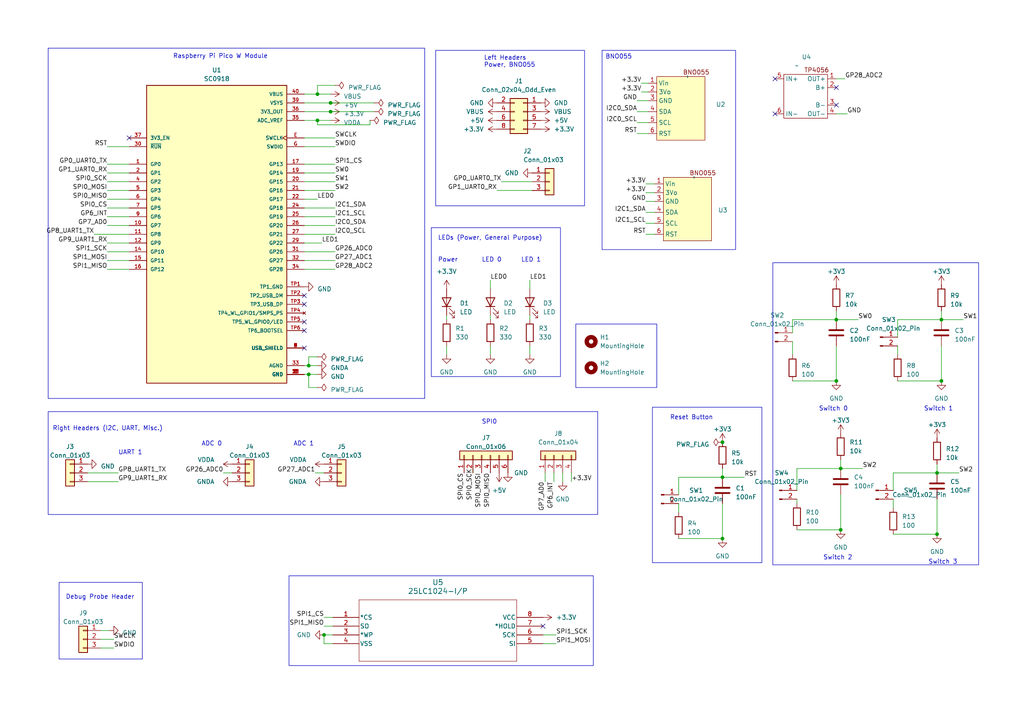
<source format=kicad_sch>
(kicad_sch (version 20230121) (generator eeschema)
  (paper "A4")
  (lib_symbols
    (symbol "2024-02-21_05-54-04:25LC1024-I_P" (pin_names (offset 0.254))
      (property "Reference" "U" (at 30.48 10.16 0))
      (property "Value" "25LC1024-I/P" (at 30.48 7.62 0))
      (symbol "25LC1024-I_P_1_1"
        (polyline (pts (xy 7.62 -12.7) (xy 53.34 -12.7)) (stroke (width 0.127)))
        (polyline (pts (xy 7.62 5.08) (xy 7.62 -12.7)) (stroke (width 0.127)))
        (polyline (pts (xy 53.34 -12.7) (xy 53.34 5.08)) (stroke (width 0.127)))
        (polyline (pts (xy 53.34 5.08) (xy 7.62 5.08)) (stroke (width 0.127)))
        (pin unspecified line (at 0 0 0) (length 7.62) (name "*CS") (number "1"))
        (pin unspecified line (at 0 -2.54 0) (length 7.62) (name "SO") (number "2"))
        (pin unspecified line (at 0 -5.08 0) (length 7.62) (name "*WP") (number "3"))
        (pin unspecified line (at 0 -7.62 0) (length 7.62) (name "VSS") (number "4"))
        (pin unspecified line (at 60.96 -7.62 180) (length 7.62) (name "SI") (number "5"))
        (pin unspecified line (at 60.96 -5.08 180) (length 7.62) (name "SCK") (number "6"))
        (pin unspecified line (at 60.96 -2.54 180) (length 7.62) (name "*HOLD") (number "7"))
        (pin unspecified line (at 60.96 0 180) (length 7.62) (name "VCC") (number "8"))
      )
    )
    (symbol "Adafruit BNO055-eagle-import:BNO055_Breakout"
      (property "Reference" "U1" (at -24.765 4.445 0))
      (symbol "BNO055_Breakout_1_1"
        (rectangle (start -31.115 1.905) (end -17.145 -16.51) (fill (type background)))
        (text "BNO055" (at -19.685 3.175 0) (effects (font (size 1.27 1.27))))
        (pin power_in line (at -33.655 0 0) (length 2.54) (name "Vin") (number "1"))
        (pin power_in line (at -33.655 -2.54 0) (length 2.54) (name "3Vo") (number "2"))
        (pin power_in line (at -33.655 -5.08 0) (length 2.54) (name "GND") (number "3"))
        (pin bidirectional line (at -33.655 -8.255 0) (length 2.54) (name "SDA") (number "4"))
        (pin bidirectional line (at -33.655 -11.43 0) (length 2.54) (name "SCL") (number "5"))
        (pin input line (at -33.655 -14.605 0) (length 2.54) (name "RST") (number "6"))
      )
    )
    (symbol "Connector:Conn_01x02_Pin" (pin_names (offset 1.016) hide)
      (property "Reference" "J" (at 0 2.54 0))
      (property "Value" "Conn_01x02_Pin" (at 0 -5.08 0))
      (symbol "Conn_01x02_Pin_1_1"
        (polyline (pts (xy 1.27 -2.54) (xy 0.8636 -2.54)) (stroke (width 0.1524)))
        (polyline (pts (xy 1.27 0) (xy 0.8636 0)) (stroke (width 0.1524)))
        (rectangle (start 0.8636 -2.413) (end 0 -2.667) (stroke (width 0.1524)) (fill (type outline)))
        (rectangle (start 0.8636 0.127) (end 0 -0.127) (stroke (width 0.1524)) (fill (type outline)))
        (pin passive line (at 5.08 0 180) (length 3.81) (name "Pin_1") (number "1"))
        (pin passive line (at 5.08 -2.54 180) (length 3.81) (name "Pin_2") (number "2"))
      )
    )
    (symbol "Connector_Generic:Conn_01x03" (pin_names (offset 1.016) hide)
      (property "Reference" "J" (at 0 5.08 0))
      (property "Value" "Conn_01x03" (at 0 -5.08 0))
      (symbol "Conn_01x03_1_1"
        (rectangle (start -1.27 -2.413) (end 0 -2.667) (stroke (width 0.1524)))
        (rectangle (start -1.27 0.127) (end 0 -0.127) (stroke (width 0.1524)))
        (rectangle (start -1.27 2.667) (end 0 2.413) (stroke (width 0.1524)))
        (rectangle (start -1.27 3.81) (end 1.27 -3.81) (stroke (width 0.254)) (fill (type background)))
        (pin passive line (at -5.08 2.54 0) (length 3.81) (name "Pin_1") (number "1"))
        (pin passive line (at -5.08 0 0) (length 3.81) (name "Pin_2") (number "2"))
        (pin passive line (at -5.08 -2.54 0) (length 3.81) (name "Pin_3") (number "3"))
      )
    )
    (symbol "Connector_Generic:Conn_01x04" (pin_names (offset 1.016) hide)
      (property "Reference" "J" (at 0 5.08 0))
      (property "Value" "Conn_01x04" (at 0 -7.62 0))
      (symbol "Conn_01x04_1_1"
        (rectangle (start -1.27 -4.953) (end 0 -5.207) (stroke (width 0.1524)))
        (rectangle (start -1.27 -2.413) (end 0 -2.667) (stroke (width 0.1524)))
        (rectangle (start -1.27 0.127) (end 0 -0.127) (stroke (width 0.1524)))
        (rectangle (start -1.27 2.667) (end 0 2.413) (stroke (width 0.1524)))
        (rectangle (start -1.27 3.81) (end 1.27 -6.35) (stroke (width 0.254)) (fill (type background)))
        (pin passive line (at -5.08 2.54 0) (length 3.81) (name "Pin_1") (number "1"))
        (pin passive line (at -5.08 0 0) (length 3.81) (name "Pin_2") (number "2"))
        (pin passive line (at -5.08 -2.54 0) (length 3.81) (name "Pin_3") (number "3"))
        (pin passive line (at -5.08 -5.08 0) (length 3.81) (name "Pin_4") (number "4"))
      )
    )
    (symbol "Connector_Generic:Conn_01x06" (pin_names (offset 1.016) hide)
      (property "Reference" "J" (at 0 7.62 0))
      (property "Value" "Conn_01x06" (at 0 -10.16 0))
      (symbol "Conn_01x06_1_1"
        (rectangle (start -1.27 -7.493) (end 0 -7.747) (stroke (width 0.1524)))
        (rectangle (start -1.27 -4.953) (end 0 -5.207) (stroke (width 0.1524)))
        (rectangle (start -1.27 -2.413) (end 0 -2.667) (stroke (width 0.1524)))
        (rectangle (start -1.27 0.127) (end 0 -0.127) (stroke (width 0.1524)))
        (rectangle (start -1.27 2.667) (end 0 2.413) (stroke (width 0.1524)))
        (rectangle (start -1.27 5.207) (end 0 4.953) (stroke (width 0.1524)))
        (rectangle (start -1.27 6.35) (end 1.27 -8.89) (stroke (width 0.254)) (fill (type background)))
        (pin passive line (at -5.08 5.08 0) (length 3.81) (name "Pin_1") (number "1"))
        (pin passive line (at -5.08 2.54 0) (length 3.81) (name "Pin_2") (number "2"))
        (pin passive line (at -5.08 0 0) (length 3.81) (name "Pin_3") (number "3"))
        (pin passive line (at -5.08 -2.54 0) (length 3.81) (name "Pin_4") (number "4"))
        (pin passive line (at -5.08 -5.08 0) (length 3.81) (name "Pin_5") (number "5"))
        (pin passive line (at -5.08 -7.62 0) (length 3.81) (name "Pin_6") (number "6"))
      )
    )
    (symbol "Connector_Generic:Conn_02x04_Odd_Even" (pin_names (offset 1.016) hide)
      (property "Reference" "J" (at 1.27 5.08 0))
      (property "Value" "Conn_02x04_Odd_Even" (at 1.27 -7.62 0))
      (symbol "Conn_02x04_Odd_Even_1_1"
        (rectangle (start -1.27 -4.953) (end 0 -5.207) (stroke (width 0.1524)))
        (rectangle (start -1.27 -2.413) (end 0 -2.667) (stroke (width 0.1524)))
        (rectangle (start -1.27 0.127) (end 0 -0.127) (stroke (width 0.1524)))
        (rectangle (start -1.27 2.667) (end 0 2.413) (stroke (width 0.1524)))
        (rectangle (start -1.27 3.81) (end 3.81 -6.35) (stroke (width 0.254)) (fill (type background)))
        (rectangle (start 3.81 -4.953) (end 2.54 -5.207) (stroke (width 0.1524)))
        (rectangle (start 3.81 -2.413) (end 2.54 -2.667) (stroke (width 0.1524)))
        (rectangle (start 3.81 0.127) (end 2.54 -0.127) (stroke (width 0.1524)))
        (rectangle (start 3.81 2.667) (end 2.54 2.413) (stroke (width 0.1524)))
        (pin passive line (at -5.08 2.54 0) (length 3.81) (name "Pin_1") (number "1"))
        (pin passive line (at 7.62 2.54 180) (length 3.81) (name "Pin_2") (number "2"))
        (pin passive line (at -5.08 0 0) (length 3.81) (name "Pin_3") (number "3"))
        (pin passive line (at 7.62 0 180) (length 3.81) (name "Pin_4") (number "4"))
        (pin passive line (at -5.08 -2.54 0) (length 3.81) (name "Pin_5") (number "5"))
        (pin passive line (at 7.62 -2.54 180) (length 3.81) (name "Pin_6") (number "6"))
        (pin passive line (at -5.08 -5.08 0) (length 3.81) (name "Pin_7") (number "7"))
        (pin passive line (at 7.62 -5.08 180) (length 3.81) (name "Pin_8") (number "8"))
      )
    )
    (symbol "Device:C" (pin_numbers hide) (pin_names (offset 0.254))
      (property "Reference" "C" (at 0.635 2.54 0))
      (property "Value" "C" (at 0.635 -2.54 0))
      (symbol "C_0_1"
        (polyline (pts (xy -2.032 -0.762) (xy 2.032 -0.762)) (stroke (width 0.508)))
        (polyline (pts (xy -2.032 0.762) (xy 2.032 0.762)) (stroke (width 0.508)))
      )
      (symbol "C_1_1"
        (pin passive line (at 0 3.81 270) (length 2.794) (name "~") (number "1"))
        (pin passive line (at 0 -3.81 90) (length 2.794) (name "~") (number "2"))
      )
    )
    (symbol "Device:LED" (pin_numbers hide) (pin_names (offset 1.016) hide)
      (property "Reference" "D" (at 0 2.54 0))
      (property "Value" "LED" (at 0 -2.54 0))
      (symbol "LED_0_1"
        (polyline (pts (xy -1.27 -1.27) (xy -1.27 1.27)) (stroke (width 0.254)))
        (polyline (pts (xy -1.27 0) (xy 1.27 0)))
        (polyline (pts (xy 1.27 -1.27) (xy 1.27 1.27) (xy -1.27 0) (xy 1.27 -1.27)) (stroke (width 0.254)))
        (polyline (pts (xy -3.048 -0.762) (xy -4.572 -2.286) (xy -3.81 -2.286) (xy -4.572 -2.286) (xy -4.572 -1.524)))
        (polyline (pts (xy -1.778 -0.762) (xy -3.302 -2.286) (xy -2.54 -2.286) (xy -3.302 -2.286) (xy -3.302 -1.524)))
      )
      (symbol "LED_1_1"
        (pin passive line (at -3.81 0 0) (length 2.54) (name "K") (number "1"))
        (pin passive line (at 3.81 0 180) (length 2.54) (name "A") (number "2"))
      )
    )
    (symbol "Device:R" (pin_numbers hide) (pin_names (offset 0))
      (property "Reference" "R" (at 2.032 0 90))
      (property "Value" "R" (at 0 0 90))
      (symbol "R_0_1"
        (rectangle (start -1.016 -2.54) (end 1.016 2.54) (stroke (width 0.254)))
      )
      (symbol "R_1_1"
        (pin passive line (at 0 3.81 270) (length 1.27) (name "~") (number "1"))
        (pin passive line (at 0 -3.81 90) (length 1.27) (name "~") (number "2"))
      )
    )
    (symbol "Mechanical:MountingHole" (pin_names (offset 1.016))
      (property "Reference" "H" (at 0 5.08 0))
      (property "Value" "MountingHole" (at 0 3.175 0))
      (symbol "MountingHole_0_1"
        (circle (center 0 0) (radius 1.27) (stroke (width 1.27)))
      )
    )
    (symbol "SC0918:SC0918" (pin_names (offset 1.016))
      (property "Reference" "U" (at -20.32 43.942 0))
      (property "Value" "SC0918" (at -20.32 -45.72 0))
      (symbol "SC0918_0_0"
        (rectangle (start -20.32 -43.18) (end 20.32 43.18) (stroke (width 0.254)) (fill (type background)))
        (pin bidirectional line (at -25.4 20.32 0) (length 5.08) (name "GP0") (number "1"))
        (pin bidirectional line (at -25.4 2.54 0) (length 5.08) (name "GP7") (number "10"))
        (pin bidirectional line (at -25.4 0 0) (length 5.08) (name "GP8") (number "11"))
        (pin bidirectional line (at -25.4 -2.54 0) (length 5.08) (name "GP9") (number "12"))
        (pin power_in line (at 25.4 -40.64 180) (length 5.08) (name "GND") (number "13"))
        (pin bidirectional line (at -25.4 -5.08 0) (length 5.08) (name "GP10") (number "14"))
        (pin bidirectional line (at -25.4 -7.62 0) (length 5.08) (name "GP11") (number "15"))
        (pin bidirectional line (at -25.4 -10.16 0) (length 5.08) (name "GP12") (number "16"))
        (pin bidirectional line (at 25.4 20.32 180) (length 5.08) (name "GP13") (number "17"))
        (pin power_in line (at 25.4 -40.64 180) (length 5.08) (name "GND") (number "18"))
        (pin bidirectional line (at 25.4 17.78 180) (length 5.08) (name "GP14") (number "19"))
        (pin bidirectional line (at -25.4 17.78 0) (length 5.08) (name "GP1") (number "2"))
        (pin bidirectional line (at 25.4 15.24 180) (length 5.08) (name "GP15") (number "20"))
        (pin bidirectional line (at 25.4 12.7 180) (length 5.08) (name "GP16") (number "21"))
        (pin bidirectional line (at 25.4 10.16 180) (length 5.08) (name "GP17") (number "22"))
        (pin power_in line (at 25.4 -40.64 180) (length 5.08) (name "GND") (number "23"))
        (pin bidirectional line (at 25.4 7.62 180) (length 5.08) (name "GP18") (number "24"))
        (pin bidirectional line (at 25.4 5.08 180) (length 5.08) (name "GP19") (number "25"))
        (pin bidirectional line (at 25.4 2.54 180) (length 5.08) (name "GP20") (number "26"))
        (pin bidirectional line (at 25.4 0 180) (length 5.08) (name "GP21") (number "27"))
        (pin power_in line (at 25.4 -40.64 180) (length 5.08) (name "GND") (number "28"))
        (pin bidirectional line (at 25.4 -2.54 180) (length 5.08) (name "GP22") (number "29"))
        (pin power_in line (at 25.4 -40.64 180) (length 5.08) (name "GND") (number "3"))
        (pin input line (at -25.4 25.4 0) (length 5.08) (name "~{RUN}") (number "30"))
        (pin bidirectional line (at 25.4 -5.08 180) (length 5.08) (name "GP26") (number "31"))
        (pin bidirectional line (at 25.4 -7.62 180) (length 5.08) (name "GP27") (number "32"))
        (pin power_in line (at 25.4 -38.1 180) (length 5.08) (name "AGND") (number "33"))
        (pin bidirectional line (at 25.4 -10.16 180) (length 5.08) (name "GP28") (number "34"))
        (pin power_in line (at 25.4 33.02 180) (length 5.08) (name "ADC_VREF") (number "35"))
        (pin power_in line (at 25.4 35.56 180) (length 5.08) (name "3V3_OUT") (number "36"))
        (pin input line (at -25.4 27.94 0) (length 5.08) (name "3V3_EN") (number "37"))
        (pin power_in line (at 25.4 -40.64 180) (length 5.08) (name "GND") (number "38"))
        (pin power_in line (at 25.4 38.1 180) (length 5.08) (name "VSYS") (number "39"))
        (pin bidirectional line (at -25.4 15.24 0) (length 5.08) (name "GP2") (number "4"))
        (pin power_in line (at 25.4 40.64 180) (length 5.08) (name "VBUS") (number "40"))
        (pin bidirectional line (at -25.4 12.7 0) (length 5.08) (name "GP3") (number "5"))
        (pin bidirectional line (at -25.4 10.16 0) (length 5.08) (name "GP4") (number "6"))
        (pin bidirectional line (at -25.4 7.62 0) (length 5.08) (name "GP5") (number "7"))
        (pin power_in line (at 25.4 -40.64 180) (length 5.08) (name "GND") (number "8"))
        (pin bidirectional line (at -25.4 5.08 0) (length 5.08) (name "GP6") (number "9"))
        (pin power_in line (at 25.4 -33.02 180) (length 5.08) (name "USB_SHIELD") (number "A"))
        (pin power_in line (at 25.4 -33.02 180) (length 5.08) (name "USB_SHIELD") (number "B"))
        (pin power_in line (at 25.4 -33.02 180) (length 5.08) (name "USB_SHIELD") (number "C"))
        (pin power_in line (at 25.4 -33.02 180) (length 5.08) (name "USB_SHIELD") (number "D"))
        (pin input clock (at 25.4 27.94 180) (length 5.08) (name "SWCLK") (number "E"))
        (pin power_in line (at 25.4 -40.64 180) (length 5.08) (name "GND") (number "F"))
        (pin bidirectional line (at 25.4 25.4 180) (length 5.08) (name "SWDIO") (number "G"))
        (pin power_in line (at 25.4 -15.24 180) (length 5.08) (name "TP1_GND") (number "TP1"))
        (pin bidirectional line (at 25.4 -17.78 180) (length 5.08) (name "TP2_USB_DM") (number "TP2"))
        (pin bidirectional line (at 25.4 -20.32 180) (length 5.08) (name "TP3_USB_DP") (number "TP3"))
        (pin no_connect line (at 25.4 -22.86 180) (length 5.08) (name "TP4_WL_GPIO1/SMPS_PS") (number "TP4"))
        (pin output line (at 25.4 -25.4 180) (length 5.08) (name "TP5_WL_GPIO0/LED") (number "TP5"))
        (pin input line (at 25.4 -27.94 180) (length 5.08) (name "TP6_BOOTSEL") (number "TP6"))
      )
    )
    (symbol "TP4056:TP4056"
      (property "Reference" "U" (at 0 0 0))
      (symbol "TP4056_0_1"
        (rectangle (start -3.81 -2.54) (end 8.89 -15.24))
      )
      (symbol "TP4056_1_1"
        (text "TP4056" (at 5.715 -1.27 0) (effects (font (size 1.27 1.27))))
        (pin power_in line (at 11.43 -3.81 180) (length 2.54) (name "OUT+") (number "1"))
        (pin power_in line (at 11.43 -6.35 180) (length 2.54) (name "B+") (number "2"))
        (pin power_out line (at 11.43 -11.43 180) (length 2.54) (name "B-") (number "3"))
        (pin power_in line (at 11.43 -13.97 180) (length 2.54) (name "OUT-") (number "4"))
        (pin input line (at -6.35 -3.81 0) (length 2.54) (name "IN+") (number "5"))
        (pin input line (at -6.35 -13.97 0) (length 2.54) (name "IN-") (number "6"))
      )
    )
    (symbol "power:+3.3V" (power) (pin_names (offset 0))
      (property "Value" "+3.3V" (at 0 3.556 0))
      (symbol "+3.3V_0_1"
        (polyline (pts (xy -0.762 1.27) (xy 0 2.54)))
        (polyline (pts (xy 0 0) (xy 0 2.54)))
        (polyline (pts (xy 0 2.54) (xy 0.762 1.27)))
      )
      (symbol "+3.3V_1_1"
        (pin power_in line (at 0 0 90) (length 0) hide (name "+3.3V") (number "1"))
      )
    )
    (symbol "power:+3V3" (power) (pin_names (offset 0))
      (property "Value" "+3V3" (at 0 3.556 0))
      (symbol "+3V3_0_1"
        (polyline (pts (xy -0.762 1.27) (xy 0 2.54)))
        (polyline (pts (xy 0 0) (xy 0 2.54)))
        (polyline (pts (xy 0 2.54) (xy 0.762 1.27)))
      )
      (symbol "+3V3_1_1"
        (pin power_in line (at 0 0 90) (length 0) hide (name "+3V3") (number "1"))
      )
    )
    (symbol "power:+5V" (power) (pin_names (offset 0))
      (property "Value" "+5V" (at 0 3.556 0))
      (symbol "+5V_0_1"
        (polyline (pts (xy -0.762 1.27) (xy 0 2.54)))
        (polyline (pts (xy 0 0) (xy 0 2.54)))
        (polyline (pts (xy 0 2.54) (xy 0.762 1.27)))
      )
      (symbol "+5V_1_1"
        (pin power_in line (at 0 0 90) (length 0) hide (name "+5V") (number "1"))
      )
    )
    (symbol "power:GND" (power) (pin_names (offset 0))
      (property "Value" "GND" (at 0 -3.81 0))
      (symbol "GND_0_1"
        (polyline (pts (xy 0 0) (xy 0 -1.27) (xy 1.27 -1.27) (xy 0 -2.54) (xy -1.27 -1.27) (xy 0 -1.27)))
      )
      (symbol "GND_1_1"
        (pin power_in line (at 0 0 270) (length 0) hide (name "GND") (number "1"))
      )
    )
    (symbol "power:GNDA" (power) (pin_names (offset 0))
      (property "Value" "GNDA" (at 0 -3.81 0))
      (symbol "GNDA_0_1"
        (polyline (pts (xy 0 0) (xy 0 -1.27) (xy 1.27 -1.27) (xy 0 -2.54) (xy -1.27 -1.27) (xy 0 -1.27)))
      )
      (symbol "GNDA_1_1"
        (pin power_in line (at 0 0 270) (length 0) hide (name "GNDA") (number "1"))
      )
    )
    (symbol "power:PWR_FLAG" (power) (pin_numbers hide) (pin_names (offset 0) hide)
      (property "Value" "PWR_FLAG" (at 0 3.81 0))
      (symbol "PWR_FLAG_0_0"
        (pin power_out line (at 0 0 90) (length 0) (name "pwr") (number "1"))
      )
      (symbol "PWR_FLAG_0_1"
        (polyline (pts (xy 0 0) (xy 0 1.27) (xy -1.016 1.905) (xy 0 2.54) (xy 1.016 1.905) (xy 0 1.27)))
      )
    )
    (symbol "power:VBUS" (power) (pin_names (offset 0))
      (property "Value" "VBUS" (at 0 3.81 0))
      (symbol "VBUS_0_1"
        (polyline (pts (xy -0.762 1.27) (xy 0 2.54)))
        (polyline (pts (xy 0 0) (xy 0 2.54)))
        (polyline (pts (xy 0 2.54) (xy 0.762 1.27)))
      )
      (symbol "VBUS_1_1"
        (pin power_in line (at 0 0 90) (length 0) hide (name "VBUS") (number "1"))
      )
    )
    (symbol "power:VDDA" (power) (pin_names (offset 0))
      (property "Value" "VDDA" (at 0 3.81 0))
      (symbol "VDDA_0_1"
        (polyline (pts (xy -0.762 1.27) (xy 0 2.54)))
        (polyline (pts (xy 0 0) (xy 0 2.54)))
        (polyline (pts (xy 0 2.54) (xy 0.762 1.27)))
      )
      (symbol "VDDA_1_1"
        (pin power_in line (at 0 0 90) (length 0) hide (name "VDDA") (number "1"))
      )
    )
  )
  (junction (at 95.885 32.385))
  (junction (at 92.075 34.925))
  (junction (at 95.885 29.845))
  (junction (at 209.55 128.27))
  (junction (at 273.05 92.71))
  (junction (at 242.57 92.71))
  (junction (at 92.075 27.305))
  (junction (at 89.535 106.045))
  (junction (at 209.55 156.21))
  (junction (at 243.84 153.67))
  (junction (at 271.78 137.16))
  (junction (at 242.57 110.49))
  (junction (at 89.535 108.585))
  (junction (at 243.84 135.89))
  (junction (at 209.55 138.43))
  (junction (at 93.98 184.15))
  (junction (at 271.78 154.94))
  (junction (at 273.05 110.49))
  (no_connect (at 157.48 181.61))
  (no_connect (at 242.57 30.48))
  (no_connect (at 224.79 22.86))
  (no_connect (at 88.265 85.725))
  (no_connect (at 242.57 25.4))
  (no_connect (at 88.265 93.345))
  (no_connect (at 88.265 100.965))
  (no_connect (at 88.265 95.885))
  (no_connect (at 224.79 33.02))
  (no_connect (at 88.265 88.265))
  (no_connect (at 37.465 40.005))
  (wire (pts (xy 187.325 61.595) (xy 189.865 61.595)))
  (wire (pts (xy 273.05 92.71) (xy 279.4 92.71)))
  (wire (pts (xy 31.115 70.485) (xy 37.465 70.485)))
  (wire (pts (xy 88.265 57.785) (xy 92.075 57.785)))
  (wire (pts (xy 88.265 34.925) (xy 92.075 34.925)))
  (wire (pts (xy 242.57 33.02) (xy 245.745 33.02)))
  (wire (pts (xy 88.265 106.045) (xy 89.535 106.045)))
  (wire (pts (xy 142.24 81.28) (xy 142.24 83.82)))
  (wire (pts (xy 260.35 92.71) (xy 273.05 92.71)))
  (wire (pts (xy 137.16 135.89) (xy 137.16 137.16)))
  (wire (pts (xy 142.24 100.33) (xy 142.24 102.87)))
  (wire (pts (xy 144.145 55.245) (xy 154.305 55.245)))
  (wire (pts (xy 184.785 32.385) (xy 187.96 32.385)))
  (wire (pts (xy 186.055 26.67) (xy 187.96 26.67)))
  (wire (pts (xy 31.115 52.705) (xy 37.465 52.705)))
  (wire (pts (xy 92.075 36.195) (xy 107.315 36.195)))
  (wire (pts (xy 31.115 60.325) (xy 37.465 60.325)))
  (wire (pts (xy 260.35 100.33) (xy 260.35 102.87)))
  (wire (pts (xy 29.21 185.42) (xy 33.02 185.42)))
  (wire (pts (xy 89.535 108.585) (xy 92.075 108.585)))
  (wire (pts (xy 271.78 144.78) (xy 271.78 154.94)))
  (wire (pts (xy 153.67 91.44) (xy 153.67 92.71)))
  (wire (pts (xy 88.265 60.325) (xy 97.155 60.325)))
  (wire (pts (xy 153.67 81.28) (xy 153.67 83.82)))
  (wire (pts (xy 92.075 24.765) (xy 92.075 27.305)))
  (wire (pts (xy 160.655 137.16) (xy 160.655 139.7)))
  (wire (pts (xy 31.115 78.105) (xy 37.465 78.105)))
  (wire (pts (xy 95.885 32.385) (xy 108.585 32.385)))
  (wire (pts (xy 158.115 137.16) (xy 158.115 139.7)))
  (wire (pts (xy 196.85 138.43) (xy 196.85 143.51)))
  (wire (pts (xy 88.265 27.305) (xy 92.075 27.305)))
  (wire (pts (xy 64.77 137.16) (xy 67.31 137.16)))
  (wire (pts (xy 88.265 75.565) (xy 97.155 75.565)))
  (wire (pts (xy 95.885 29.845) (xy 108.585 29.845)))
  (wire (pts (xy 243.84 135.89) (xy 250.19 135.89)))
  (wire (pts (xy 89.535 103.505) (xy 89.535 106.045)))
  (wire (pts (xy 88.265 67.945) (xy 97.155 67.945)))
  (wire (pts (xy 92.075 34.925) (xy 92.075 36.195)))
  (wire (pts (xy 88.265 62.865) (xy 97.155 62.865)))
  (wire (pts (xy 153.67 100.33) (xy 153.67 102.87)))
  (wire (pts (xy 209.55 138.43) (xy 215.9 138.43)))
  (wire (pts (xy 129.54 100.33) (xy 129.54 102.87)))
  (wire (pts (xy 88.265 52.705) (xy 97.155 52.705)))
  (wire (pts (xy 89.535 108.585) (xy 89.535 112.395)))
  (wire (pts (xy 229.87 99.06) (xy 229.87 102.87)))
  (wire (pts (xy 31.115 50.165) (xy 37.465 50.165)))
  (wire (pts (xy 242.57 22.86) (xy 245.11 22.86)))
  (wire (pts (xy 93.98 184.15) (xy 93.98 186.69)))
  (wire (pts (xy 231.14 135.89) (xy 243.84 135.89)))
  (wire (pts (xy 271.78 134.62) (xy 271.78 137.16)))
  (wire (pts (xy 29.21 182.88) (xy 31.75 182.88)))
  (wire (pts (xy 187.325 64.77) (xy 189.865 64.77)))
  (wire (pts (xy 88.265 40.005) (xy 97.155 40.005)))
  (wire (pts (xy 31.115 75.565) (xy 37.465 75.565)))
  (wire (pts (xy 243.84 133.35) (xy 243.84 135.89)))
  (wire (pts (xy 273.05 100.33) (xy 273.05 110.49)))
  (wire (pts (xy 184.785 29.21) (xy 187.96 29.21)))
  (wire (pts (xy 229.87 110.49) (xy 242.57 110.49)))
  (wire (pts (xy 93.98 181.61) (xy 96.52 181.61)))
  (wire (pts (xy 97.155 24.765) (xy 92.075 24.765)))
  (wire (pts (xy 25.4 139.7) (xy 34.29 139.7)))
  (wire (pts (xy 142.24 91.44) (xy 142.24 92.71)))
  (wire (pts (xy 242.57 92.71) (xy 248.92 92.71)))
  (wire (pts (xy 31.115 65.405) (xy 37.465 65.405)))
  (wire (pts (xy 31.115 73.025) (xy 37.465 73.025)))
  (wire (pts (xy 88.265 47.625) (xy 97.155 47.625)))
  (wire (pts (xy 259.08 144.78) (xy 259.08 147.32)))
  (wire (pts (xy 157.48 186.69) (xy 161.29 186.69)))
  (wire (pts (xy 243.84 143.51) (xy 243.84 153.67)))
  (wire (pts (xy 88.265 32.385) (xy 95.885 32.385)))
  (wire (pts (xy 184.785 35.56) (xy 187.96 35.56)))
  (wire (pts (xy 88.265 65.405) (xy 97.155 65.405)))
  (wire (pts (xy 187.325 53.34) (xy 189.865 53.34)))
  (wire (pts (xy 93.98 179.07) (xy 96.52 179.07)))
  (wire (pts (xy 31.115 57.785) (xy 37.465 57.785)))
  (wire (pts (xy 93.98 186.69) (xy 96.52 186.69)))
  (wire (pts (xy 187.325 67.945) (xy 189.865 67.945)))
  (wire (pts (xy 184.785 38.735) (xy 187.96 38.735)))
  (wire (pts (xy 92.075 27.305) (xy 95.885 27.305)))
  (wire (pts (xy 242.57 90.17) (xy 242.57 92.71)))
  (wire (pts (xy 107.315 36.195) (xy 107.315 34.925)))
  (wire (pts (xy 88.265 108.585) (xy 89.535 108.585)))
  (wire (pts (xy 31.115 42.545) (xy 37.465 42.545)))
  (wire (pts (xy 196.85 156.21) (xy 209.55 156.21)))
  (wire (pts (xy 231.14 144.78) (xy 231.14 146.05)))
  (wire (pts (xy 88.265 70.485) (xy 93.345 70.485)))
  (wire (pts (xy 163.195 137.16) (xy 163.195 139.7)))
  (wire (pts (xy 196.85 138.43) (xy 209.55 138.43)))
  (wire (pts (xy 187.325 58.42) (xy 189.865 58.42)))
  (wire (pts (xy 260.35 92.71) (xy 260.35 97.79)))
  (wire (pts (xy 88.265 78.105) (xy 97.155 78.105)))
  (wire (pts (xy 27.305 67.945) (xy 37.465 67.945)))
  (wire (pts (xy 231.14 153.67) (xy 243.84 153.67)))
  (wire (pts (xy 29.21 187.96) (xy 33.02 187.96)))
  (wire (pts (xy 93.98 184.15) (xy 96.52 184.15)))
  (wire (pts (xy 259.08 154.94) (xy 271.78 154.94)))
  (wire (pts (xy 31.115 62.865) (xy 37.465 62.865)))
  (wire (pts (xy 31.115 47.625) (xy 37.465 47.625)))
  (wire (pts (xy 157.48 184.15) (xy 161.29 184.15)))
  (wire (pts (xy 209.55 146.05) (xy 209.55 156.21)))
  (wire (pts (xy 165.735 137.16) (xy 165.735 139.7)))
  (wire (pts (xy 271.78 137.16) (xy 278.13 137.16)))
  (wire (pts (xy 88.265 50.165) (xy 97.155 50.165)))
  (wire (pts (xy 186.055 24.13) (xy 187.96 24.13)))
  (wire (pts (xy 260.35 110.49) (xy 273.05 110.49)))
  (wire (pts (xy 259.08 137.16) (xy 259.08 142.24)))
  (wire (pts (xy 209.55 135.89) (xy 209.55 138.43)))
  (wire (pts (xy 229.87 92.71) (xy 242.57 92.71)))
  (wire (pts (xy 92.075 34.925) (xy 95.885 34.925)))
  (wire (pts (xy 89.535 106.045) (xy 92.075 106.045)))
  (wire (pts (xy 231.14 135.89) (xy 231.14 142.24)))
  (wire (pts (xy 91.44 137.16) (xy 93.98 137.16)))
  (wire (pts (xy 88.265 73.025) (xy 97.155 73.025)))
  (wire (pts (xy 259.08 137.16) (xy 271.78 137.16)))
  (wire (pts (xy 273.05 90.17) (xy 273.05 92.71)))
  (wire (pts (xy 25.4 137.16) (xy 34.29 137.16)))
  (wire (pts (xy 89.535 112.395) (xy 92.075 112.395)))
  (wire (pts (xy 242.57 100.33) (xy 242.57 110.49)))
  (wire (pts (xy 187.325 55.88) (xy 189.865 55.88)))
  (wire (pts (xy 88.265 29.845) (xy 95.885 29.845)))
  (wire (pts (xy 88.265 55.245) (xy 97.155 55.245)))
  (wire (pts (xy 129.54 91.44) (xy 129.54 92.71)))
  (wire (pts (xy 196.85 146.05) (xy 196.85 148.59)))
  (wire (pts (xy 92.075 103.505) (xy 89.535 103.505)))
  (wire (pts (xy 31.115 55.245) (xy 37.465 55.245)))
  (wire (pts (xy 145.415 52.705) (xy 154.305 52.705)))
  (wire (pts (xy 88.265 42.545) (xy 97.155 42.545)))
  (wire (pts (xy 229.87 92.71) (xy 229.87 96.52)))
  (text_box "" (at 83.82 167.005 0) (size 88.265 26.035) (effects (font (size 1.27 1.27)) (justify left top)))
  (text_box "" (at 17.145 168.91 0) (size 24.13 22.225) (effects (font (size 1.27 1.27)) (justify left top)))
  (text_box "" (at 126.365 14.605 0) (size 43.18 45.085) (effects (font (size 1.27 1.27)) (justify left top)))
  (text_box "" (at 125.095 66.04 0) (size 37.465 43.18) (effects (font (size 1.27 1.27)) (justify left top)))
  (text_box "" (at 189.23 118.11 0) (size 31.75 45.085) (effects (font (size 1.27 1.27)) (justify left top)))
  (text_box "" (at 13.97 13.97 0) (size 109.22 101.6) (effects (font (size 1.27 1.27)) (justify left top)))
  (text_box "" (at 13.97 119.38 0) (size 159.385 29.845) (effects (font (size 1.27 1.27)) (justify left top)))
  (text_box "" (at 224.155 76.2 0) (size 59.69 87.63) (effects (font (size 1.27 1.27)) (justify left top)))
  (text_box "" (at 167.005 93.98 0) (size 23.495 18.415) (effects (font (size 1.27 1.27)) (justify left top)))
  (text_box "BNO055" (at 174.625 14.605 0) (size 38.735 57.785) (effects (font (size 1.27 1.27)) (justify left top)))
  (text "Switch 0" (at 237.49 119.38 0) (effects (font (size 1.27 1.27)) (justify left bottom)))
  (text "Switch 1" (at 267.97 119.38 0) (effects (font (size 1.27 1.27)) (justify left bottom)))
  (text "LED 0" (at 139.7 76.2 0) (effects (font (size 1.27 1.27)) (justify left bottom)))
  (text "Power" (at 127 76.2 0) (effects (font (size 1.27 1.27)) (justify left bottom)))
  (text "SPI0" (at 139.7 123.19 0) (effects (font (size 1.27 1.27)) (justify left bottom)))
  (text "Raspberry Pi Pico W Module" (at 50.165 17.145 0) (effects (font (size 1.27 1.27)) (justify left bottom)))
  (text "Left Headers\nPower, BNO055" (at 140.335 19.685 0) (effects (font (size 1.27 1.27)) (justify left bottom)))
  (text "UART 1" (at 34.29 132.08 0) (effects (font (size 1.27 1.27)) (justify left bottom)))
  (text "LEDs (Power, General Purpose)" (at 127 69.85 0) (effects (font (size 1.27 1.27)) (justify left bottom)))
  (text "ADC 1" (at 85.09 129.54 0) (effects (font (size 1.27 1.27)) (justify left bottom)))
  (text "Debug Probe Header" (at 19.05 173.99 0) (effects (font (size 1.27 1.27)) (justify left bottom)))
  (text "Switch 2" (at 238.76 162.56 0) (effects (font (size 1.27 1.27)) (justify left bottom)))
  (text "Switch 3\n" (at 269.24 163.83 0) (effects (font (size 1.27 1.27)) (justify left bottom)))
  (text "LED 1" (at 151.13 76.2 0) (effects (font (size 1.27 1.27)) (justify left bottom)))
  (text "Reset Button" (at 194.31 121.92 0) (effects (font (size 1.27 1.27)) (justify left bottom)))
  (text "Right Headers (I2C, UART, Misc.)" (at 15.24 125.095 0) (effects (font (size 1.27 1.27)) (justify left bottom)))
  (text "ADC 0" (at 58.42 129.54 0) (effects (font (size 1.27 1.27)) (justify left bottom)))
  (label "GND" (at 184.785 29.21 180))
  (label "SPI1_CS" (at 93.98 179.07 180))
  (label "SW0" (at 97.155 50.165 0))
  (label "GP26_ADC0" (at 97.155 73.025 0))
  (label "SW2" (at 250.19 135.89 0))
  (label "LED1" (at 93.345 70.485 0))
  (label "I2C0_SCL" (at 184.785 35.56 180))
  (label "GP7_AD0" (at 31.115 65.405 180))
  (label "SPI0_MOSI" (at 139.7 137.16 270))
  (label "GP1_UART0_RX" (at 144.145 55.245 180))
  (label "SW2" (at 278.13 137.16 0))
  (label "GND" (at 245.745 33.02 0))
  (label "GP1_UART0_RX" (at 31.115 50.165 180))
  (label "I2C1_SCL" (at 187.325 64.77 180))
  (label "SPI0_MOSI" (at 31.115 55.245 180))
  (label "LED0" (at 92.075 57.785 0))
  (label "SPI1_MOSI" (at 161.29 186.69 0))
  (label "GP0_UART0_TX" (at 145.415 52.705 180))
  (label "+3.3V" (at 187.325 55.88 180))
  (label "SWDIO" (at 97.155 42.545 0))
  (label "I2C0_SCL" (at 97.155 67.945 0))
  (label "LED1" (at 153.67 81.28 0))
  (label "RST" (at 215.9 138.43 0))
  (label "SPI0_SCK" (at 137.16 135.89 270))
  (label "SWDIO" (at 33.02 187.96 0))
  (label "SW0" (at 248.92 92.71 0))
  (label "RST" (at 31.115 42.545 180))
  (label "SPI1_MOSI" (at 31.115 75.565 180))
  (label "SPI1_SCK" (at 31.115 73.025 180))
  (label "I2C1_SDA" (at 97.155 60.325 0))
  (label "SWCLK" (at 33.02 185.42 0))
  (label "+3.3V" (at 187.325 53.34 180))
  (label "GND" (at 187.325 58.42 180))
  (label "+3.3V" (at 186.055 24.13 180))
  (label "I2C0_SDA" (at 97.155 65.405 0))
  (label "GP8_UART1_TX" (at 27.305 67.945 180))
  (label "SPI1_CS" (at 97.155 47.625 0))
  (label "I2C0_SDA" (at 184.785 32.385 180))
  (label "SW1" (at 279.4 92.71 0))
  (label "GP7_AD0" (at 158.115 139.7 270))
  (label "SW2" (at 97.155 55.245 0))
  (label "RST" (at 184.785 38.735 180))
  (label "SPI0_MISO" (at 31.115 57.785 180))
  (label "SPI1_MISO" (at 31.115 78.105 180))
  (label "I2C1_SDA" (at 187.325 61.595 180))
  (label "+3.3V" (at 165.735 139.7 0))
  (label "SWCLK" (at 97.155 40.005 0))
  (label "GP6_INT" (at 31.115 62.865 180))
  (label "SPI0_SCK" (at 31.115 52.705 180))
  (label "GP27_ADC1" (at 97.155 75.565 0))
  (label "SPI0_MISO" (at 142.24 137.16 270))
  (label "GP9_UART1_RX" (at 34.29 139.7 0))
  (label "GP26_ADC0" (at 64.77 137.16 180))
  (label "SPI0_CS" (at 134.62 137.16 270))
  (label "LED0" (at 142.24 81.28 0))
  (label "GP6_INT" (at 160.655 139.7 270))
  (label "GP9_UART1_RX" (at 31.115 70.485 180))
  (label "SPI0_CS" (at 31.115 60.325 180))
  (label "SW1" (at 97.155 52.705 0))
  (label "GP28_ADC2" (at 245.11 22.86 0))
  (label "GP27_ADC1" (at 91.44 137.16 180))
  (label "RST" (at 187.325 67.945 180))
  (label "GP28_ADC2" (at 97.155 78.105 0))
  (label "I2C1_SCL" (at 97.155 62.865 0))
  (label "GP8_UART1_TX" (at 34.29 137.16 0))
  (label "GP0_UART0_TX" (at 31.115 47.625 180))
  (label "SPI1_MISO" (at 93.98 181.61 180))
  (label "SPI1_SCK" (at 161.29 184.15 0))
  (label "+3.3V" (at 186.055 26.67 180))
  (symbol (lib_id "power:PWR_FLAG") (at 97.155 24.765 270) (unit 1)
    (property "Reference" "#FLG03" (effects hide))
    (property "Value" "PWR_FLAG" (at 100.965 25.4 90) (effects (justify left)))
  )
  (symbol (lib_id "Connector_Generic:Conn_01x03") (at 20.32 137.16 0) (mirror y) (unit 1)
    (property "Reference" "J3" (at 20.32 129.54 0))
    (property "Value" "Conn_01x03" (at 20.32 132.08 0))
    (property "Footprint" "Connector_PinHeader_2.54mm:PinHeader_1x03_P2.54mm_Vertical" (effects hide))
  )
  (symbol (lib_id "Device:R") (at 153.67 96.52 0) (unit 1)
    (property "Reference" "R3" (at 156.21 95.25 0) (effects (justify left)))
    (property "Value" "330" (at 156.21 97.79 0) (effects (justify left)))
    (property "Footprint" "Resistor_THT:R_Axial_DIN0204_L3.6mm_D1.6mm_P1.90mm_Vertical" (effects hide))
  )
  (symbol (lib_id "power:+3.3V") (at 129.54 83.82 0) (unit 1)
    (property "Reference" "#PWR017" (effects hide))
    (property "Value" "+3.3V" (at 129.54 78.74 0))
  )
  (symbol (lib_id "Device:C") (at 273.05 96.52 0) (unit 1)
    (property "Reference" "C3" (at 276.86 95.885 0) (effects (justify left)))
    (property "Value" "100nF" (at 276.86 98.425 0) (effects (justify left)))
    (property "Footprint" "Capacitor_THT:CP_Radial_D4.0mm_P1.50mm" (effects hide))
  )
  (symbol (lib_id "Device:R") (at 259.08 151.13 0) (unit 1)
    (property "Reference" "R13" (at 261.62 149.86 0) (effects (justify left)))
    (property "Value" "100" (at 261.62 152.4 0) (effects (justify left)))
    (property "Footprint" "Resistor_THT:R_Axial_DIN0204_L3.6mm_D1.6mm_P1.90mm_Vertical" (effects hide))
  )
  (symbol (lib_id "power:+3.3V") (at 95.885 32.385 270) (unit 1)
    (property "Reference" "#PWR06" (effects hide))
    (property "Value" "+3.3V" (at 99.695 33.02 90) (effects (justify left)))
  )
  (symbol (lib_id "power:GND") (at 163.195 139.7 0) (unit 1)
    (property "Reference" "#PWR031" (effects hide))
    (property "Value" "GND" (at 163.195 144.78 0))
  )
  (symbol (lib_id "Device:LED") (at 142.24 87.63 90) (unit 1)
    (property "Reference" "D2" (at 146.05 87.9475 90) (effects (justify right)))
    (property "Value" "LED" (at 146.05 90.4875 90) (effects (justify right)))
    (property "Footprint" "LED_THT:LED_D5.0mm" (effects hide))
  )
  (symbol (lib_id "power:GNDA") (at 93.98 139.7 270) (unit 1)
    (property "Reference" "#PWR042" (effects hide))
    (property "Value" "GNDA" (at 88.9 139.7 90) (effects (justify right)))
  )
  (symbol (lib_id "power:+5V") (at 95.885 29.845 270) (unit 1)
    (property "Reference" "#PWR05" (effects hide))
    (property "Value" "+5V" (at 99.695 30.48 90) (effects (justify left)))
  )
  (symbol (lib_id "power:PWR_FLAG") (at 108.585 32.385 270) (unit 1)
    (property "Reference" "#FLG06" (effects hide))
    (property "Value" "PWR_FLAG" (at 112.395 33.02 90) (effects (justify left)))
  )
  (symbol (lib_id "power:+5V") (at 144.78 137.16 180) (unit 1)
    (property "Reference" "#PWR045" (effects hide))
    (property "Value" "+5V" (at 144.78 142.24 0))
  )
  (symbol (lib_id "power:+3V3") (at 242.57 82.55 0) (unit 1)
    (property "Reference" "#PWR023" (effects hide))
    (property "Value" "+3V3" (at 242.57 78.74 0))
  )
  (symbol (lib_id "power:VBUS") (at 95.885 27.305 270) (unit 1)
    (property "Reference" "#PWR04" (effects hide))
    (property "Value" "VBUS" (at 99.695 27.94 90) (effects (justify left)))
  )
  (symbol (lib_id "Connector_Generic:Conn_01x03") (at 24.13 185.42 0) (mirror y) (unit 1)
    (property "Reference" "J9" (at 24.13 177.8 0))
    (property "Value" "Conn_01x03" (at 24.13 180.34 0))
    (property "Footprint" "Connector_PinHeader_2.54mm:PinHeader_1x03_P2.54mm_Vertical" (effects hide))
  )
  (symbol (lib_id "power:VDDA") (at 67.31 134.62 90) (unit 1)
    (property "Reference" "#PWR039" (effects hide))
    (property "Value" "VDDA" (at 62.23 133.35 90) (effects (justify left)))
  )
  (symbol (lib_id "Connector:Conn_01x02_Pin") (at 255.27 97.79 0) (unit 1)
    (property "Reference" "SW3" (at 257.81 92.71 0))
    (property "Value" "Conn_01x02_Pin" (at 259.08 95.25 0))
    (property "Footprint" "Connector_PinHeader_2.54mm:PinHeader_1x02_P2.54mm_Vertical" (effects hide))
  )
  (symbol (lib_id "power:+5V") (at 144.145 34.925 90) (unit 1)
    (property "Reference" "#PWR012" (effects hide))
    (property "Value" "+5V" (at 140.335 34.925 90) (effects (justify left)))
  )
  (symbol (lib_id "TP4056:TP4056") (at 231.14 19.05 0) (unit 1)
    (property "Reference" "U4" (at 233.917 16.51 0))
    (property "Value" "~" (at 231.14 19.05 0))
    (property "Footprint" "TP4056:TP4056-18650" (effects hide))
  )
  (symbol (lib_id "power:GND") (at 153.67 102.87 0) (unit 1)
    (property "Reference" "#PWR020" (effects hide))
    (property "Value" "GND" (at 153.67 107.95 0))
  )
  (symbol (lib_id "Device:LED") (at 129.54 87.63 90) (unit 1)
    (property "Reference" "D1" (at 133.35 87.9475 90) (effects (justify right)))
    (property "Value" "LED" (at 133.35 90.4875 90) (effects (justify right)))
    (property "Footprint" "LED_THT:LED_D5.0mm" (effects hide))
  )
  (symbol (lib_id "power:+3.3V") (at 144.145 37.465 90) (unit 1)
    (property "Reference" "#PWR014" (effects hide))
    (property "Value" "+3.3V" (at 140.335 37.465 90) (effects (justify left)))
  )
  (symbol (lib_id "power:GND") (at 209.55 156.21 0) (unit 1)
    (property "Reference" "#PWR022" (effects hide))
    (property "Value" "GND" (at 209.55 161.29 0))
  )
  (symbol (lib_id "power:PWR_FLAG") (at 107.315 34.925 270) (unit 1)
    (property "Reference" "#FLG04" (effects hide))
    (property "Value" "PWR_FLAG" (at 111.125 35.56 90) (effects (justify left)))
  )
  (symbol (lib_id "power:GNDA") (at 67.31 139.7 270) (unit 1)
    (property "Reference" "#PWR040" (effects hide))
    (property "Value" "GNDA" (at 62.23 139.7 90) (effects (justify right)))
  )
  (symbol (lib_id "power:PWR_FLAG") (at 209.55 128.27 90) (unit 1)
    (property "Reference" "#FLG07" (effects hide))
    (property "Value" "PWR_FLAG" (at 205.74 128.905 90) (effects (justify left)))
  )
  (symbol (lib_id "power:GND") (at 92.075 108.585 90) (unit 1)
    (property "Reference" "#PWR03" (effects hide))
    (property "Value" "GND" (at 95.885 109.22 90) (effects (justify right)))
  )
  (symbol (lib_id "Device:R") (at 271.78 130.81 0) (unit 1)
    (property "Reference" "R12" (at 274.32 130.175 0) (effects (justify left)))
    (property "Value" "10k" (at 274.32 132.715 0) (effects (justify left)))
    (property "Footprint" "Resistor_THT:R_Axial_DIN0204_L3.6mm_D1.6mm_P1.90mm_Vertical" (effects hide))
  )
  (symbol (lib_id "power:PWR_FLAG") (at 108.585 29.845 270) (unit 1)
    (property "Reference" "#FLG05" (effects hide))
    (property "Value" "PWR_FLAG" (at 112.395 30.48 90) (effects (justify left)))
  )
  (symbol (lib_id "Device:R") (at 242.57 86.36 0) (unit 1)
    (property "Reference" "R7" (at 245.11 85.725 0) (effects (justify left)))
    (property "Value" "10k" (at 245.11 88.265 0) (effects (justify left)))
    (property "Footprint" "Resistor_THT:R_Axial_DIN0204_L3.6mm_D1.6mm_P1.90mm_Vertical" (effects hide))
  )
  (symbol (lib_id "power:GND") (at 142.24 102.87 0) (unit 1)
    (property "Reference" "#PWR019" (effects hide))
    (property "Value" "GND" (at 142.24 107.95 0))
  )
  (symbol (lib_id "power:+3V3") (at 243.84 125.73 0) (unit 1)
    (property "Reference" "#PWR029" (effects hide))
    (property "Value" "+3V3" (at 243.84 121.92 0))
  )
  (symbol (lib_id "power:PWR_FLAG") (at 92.075 103.505 270) (unit 1)
    (property "Reference" "#FLG01" (effects hide))
    (property "Value" "PWR_FLAG" (at 95.885 104.14 90) (effects (justify left)))
  )
  (symbol (lib_id "Adafruit BNO055-eagle-import:BNO055_Breakout") (at 221.615 24.13 0) (unit 1)
    (property "Reference" "U2" (at 207.645 30.2867 0) (effects (justify left)))
    (property "Value" "~" (at 199.39 22.225 90))
    (property "Footprint" "Library:BNO055_Breakout" (effects hide))
  )
  (symbol (lib_id "power:GND") (at 25.4 134.62 90) (unit 1)
    (property "Reference" "#PWR038" (effects hide))
    (property "Value" "GND" (at 29.21 135.255 90) (effects (justify right)))
  )
  (symbol (lib_id "Connector:Conn_01x02_Pin") (at 226.06 142.24 0) (unit 1)
    (property "Reference" "SW4" (at 226.695 137.16 0))
    (property "Value" "Conn_01x02_Pin" (at 226.695 139.7 0))
    (property "Footprint" "Connector_PinHeader_2.54mm:PinHeader_1x02_P2.54mm_Vertical" (effects hide))
  )
  (symbol (lib_id "power:GND") (at 88.265 83.185 90) (unit 1)
    (property "Reference" "#PWR01" (effects hide))
    (property "Value" "GND" (at 92.075 83.82 90) (effects (justify right)))
  )
  (symbol (lib_id "power:GND") (at 156.845 29.845 90) (unit 1)
    (property "Reference" "#PWR09" (effects hide))
    (property "Value" "GND" (at 160.655 29.845 90) (effects (justify right)))
  )
  (symbol (lib_id "Adafruit BNO055-eagle-import:BNO055_Breakout") (at 223.52 53.34 0) (unit 1)
    (property "Reference" "U3" (at 208.28 60.96 0) (effects (justify left)))
    (property "Value" "~" (at 201.295 51.435 90))
    (property "Footprint" "Library:BNO055_Breakout" (effects hide))
  )
  (symbol (lib_id "Device:R") (at 196.85 152.4 0) (unit 1)
    (property "Reference" "R4" (at 199.39 151.765 0) (effects (justify left)))
    (property "Value" "100" (at 199.39 154.305 0) (effects (justify left)))
    (property "Footprint" "Resistor_THT:R_Axial_DIN0204_L3.6mm_D1.6mm_P1.90mm_Vertical" (effects hide))
  )
  (symbol (lib_id "Device:R") (at 142.24 96.52 0) (unit 1)
    (property "Reference" "R2" (at 144.78 95.25 0) (effects (justify left)))
    (property "Value" "330" (at 144.78 97.79 0) (effects (justify left)))
    (property "Footprint" "Resistor_THT:R_Axial_DIN0204_L3.6mm_D1.6mm_P1.90mm_Vertical" (effects hide))
  )
  (symbol (lib_id "power:VDDA") (at 95.885 34.925 270) (unit 1)
    (property "Reference" "#PWR07" (effects hide))
    (property "Value" "VDDA" (at 99.695 35.56 90) (effects (justify left)))
  )
  (symbol (lib_id "power:GNDA") (at 92.075 106.045 90) (unit 1)
    (property "Reference" "#PWR02" (effects hide))
    (property "Value" "GNDA" (at 95.885 106.68 90) (effects (justify right)))
  )
  (symbol (lib_id "power:GND") (at 144.145 29.845 270) (unit 1)
    (property "Reference" "#PWR08" (effects hide))
    (property "Value" "GND" (at 140.335 29.845 90) (effects (justify right)))
  )
  (symbol (lib_id "Connector_Generic:Conn_01x03") (at 99.06 137.16 0) (unit 1)
    (property "Reference" "J5" (at 99.06 129.54 0))
    (property "Value" "Conn_01x03" (at 99.06 132.08 0))
    (property "Footprint" "Connector_PinHeader_2.54mm:PinHeader_1x03_P2.54mm_Vertical" (effects hide))
  )
  (symbol (lib_id "Device:C") (at 271.78 140.97 0) (unit 1)
    (property "Reference" "C5" (at 275.59 139.7 0) (effects (justify left)))
    (property "Value" "100nF" (at 275.59 142.24 0) (effects (justify left)))
    (property "Footprint" "Capacitor_THT:CP_Radial_D4.0mm_P1.50mm" (effects hide))
  )
  (symbol (lib_id "power:GND") (at 129.54 102.87 0) (unit 1)
    (property "Reference" "#PWR018" (effects hide))
    (property "Value" "GND" (at 129.54 107.95 0))
  )
  (symbol (lib_id "power:GND") (at 242.57 110.49 0) (unit 1)
    (property "Reference" "#PWR024" (effects hide))
    (property "Value" "GND" (at 242.57 115.57 0))
  )
  (symbol (lib_id "power:GND") (at 243.84 153.67 0) (unit 1)
    (property "Reference" "#PWR030" (effects hide))
    (property "Value" "GND" (at 243.84 158.75 0))
  )
  (symbol (lib_id "power:VBUS") (at 144.145 32.385 90) (unit 1)
    (property "Reference" "#PWR010" (effects hide))
    (property "Value" "VBUS" (at 140.335 32.385 90) (effects (justify left)))
  )
  (symbol (lib_id "Device:R") (at 231.14 149.86 0) (unit 1)
    (property "Reference" "R10" (at 233.68 148.59 0) (effects (justify left)))
    (property "Value" "100" (at 233.68 151.13 0) (effects (justify left)))
    (property "Footprint" "Resistor_THT:R_Axial_DIN0204_L3.6mm_D1.6mm_P1.90mm_Vertical" (effects hide))
  )
  (symbol (lib_id "power:+3V3") (at 271.78 127 0) (unit 1)
    (property "Reference" "#PWR027" (effects hide))
    (property "Value" "+3V3" (at 271.78 123.19 0))
  )
  (symbol (lib_id "Mechanical:MountingHole") (at 171.45 106.68 0) (unit 1)
    (property "Reference" "H2" (at 173.99 105.41 0) (effects (justify left)))
    (property "Value" "MountingHole" (at 173.99 107.95 0) (effects (justify left)))
    (property "Footprint" "MountingHole:MountingHole_4.5mm" (effects hide))
  )
  (symbol (lib_id "Device:LED") (at 153.67 87.63 90) (unit 1)
    (property "Reference" "D3" (at 157.48 87.9475 90) (effects (justify right)))
    (property "Value" "LED" (at 157.48 90.4875 90) (effects (justify right)))
    (property "Footprint" "LED_THT:LED_D5.0mm" (effects hide))
  )
  (symbol (lib_id "Connector:Conn_01x02_Pin") (at 254 142.24 0) (unit 1)
    (property "Reference" "SW5" (at 264.16 142.24 0))
    (property "Value" "Conn_01x02_Pin" (at 266.7 143.51 0))
    (property "Footprint" "Connector_PinHeader_2.54mm:PinHeader_1x02_P2.54mm_Vertical" (effects hide))
  )
  (symbol (lib_id "power:+5V") (at 156.845 34.925 270) (unit 1)
    (property "Reference" "#PWR013" (effects hide))
    (property "Value" "+5V" (at 160.655 34.925 90) (effects (justify left)))
  )
  (symbol (lib_id "power:GND") (at 31.75 182.88 90) (unit 1)
    (property "Reference" "#PWR049" (effects hide))
    (property "Value" "GND" (at 35.56 183.515 90) (effects (justify right)))
  )
  (symbol (lib_id "Device:R") (at 243.84 129.54 0) (unit 1)
    (property "Reference" "R11" (at 246.38 128.27 0) (effects (justify left)))
    (property "Value" "10k" (at 246.38 130.81 0) (effects (justify left)))
    (property "Footprint" "Resistor_THT:R_Axial_DIN0204_L3.6mm_D1.6mm_P1.90mm_Vertical" (effects hide))
  )
  (symbol (lib_id "Connector_Generic:Conn_01x06") (at 139.7 132.08 90) (unit 1)
    (property "Reference" "J7" (at 140.97 127 90))
    (property "Value" "Conn_01x06" (at 140.97 129.54 90))
    (property "Footprint" "Connector_PinHeader_2.54mm:PinHeader_1x06_P2.54mm_Vertical" (effects hide))
  )
  (symbol (lib_id "SC0918:SC0918") (at 62.865 67.945 0) (unit 1)
    (property "Reference" "U1" (at 62.865 20.32 0))
    (property "Value" "SC0918" (at 62.865 22.86 0))
    (property "Footprint" "RP2040_SC0918:MODULE_SC0918" (effects hide))
    (property "MF" "Raspberry Pi" (effects hide))
    (property "MAXIMUM_PACKAGE_HEIGHT" "3.6mm" (effects hide))
    (property "Package" "None" (effects hide))
    (property "Price" "None" (effects hide))
    (property "Check_prices" "https://www.snapeda.com/parts/SC0918/Raspberry+Pi/view-part/?ref=eda" (effects hide))
    (property "STANDARD" "Manufacturer Recommendations" (effects hide))
    (property "PARTREV" "2.1" (effects hide))
    (property "SnapEDA_Link" "https://www.snapeda.com/parts/SC0918/Raspberry+Pi/view-part/?ref=snap" (effects hide))
    (property "MP" "SC0918" (effects hide))
    (property "Purchase-URL" "https://www.snapeda.com/api/url_track_click_mouser/?unipart_id=12166550&manufacturer=Raspberry Pi&part_name=SC0918&search_term=None" (effects hide))
    (property "Description" "\n- RP2040 Transceiver; 802.11 b/g/n (Wi-Fi, WiFi, WLAN), Bluetooth® 5 2.4GHz Evaluation Board\n" (effects hide))
    (property "Availability" "In Stock" (effects hide))
    (property "MANUFACTURER" "Raspberry Pi" (effects hide))
  )
  (symbol (lib_id "power:GND") (at 271.78 154.94 0) (unit 1)
    (property "Reference" "#PWR028" (effects hide))
    (property "Value" "GND" (at 271.78 160.02 0))
  )
  (symbol (lib_id "Device:R") (at 260.35 106.68 0) (unit 1)
    (property "Reference" "R8" (at 262.89 106.045 0) (effects (justify left)))
    (property "Value" "100" (at 262.89 108.585 0) (effects (justify left)))
    (property "Footprint" "Resistor_THT:R_Axial_DIN0204_L3.6mm_D1.6mm_P1.90mm_Vertical" (effects hide))
  )
  (symbol (lib_id "Connector_Generic:Conn_01x03") (at 159.385 52.705 0) (unit 1)
    (property "Reference" "J2" (at 151.765 43.815 0) (effects (justify left)))
    (property "Value" "Conn_01x03" (at 151.765 46.355 0) (effects (justify left)))
    (property "Footprint" "Connector_PinHeader_2.54mm:PinHeader_1x03_P2.54mm_Vertical" (effects hide))
  )
  (symbol (lib_id "Mechanical:MountingHole") (at 171.45 99.06 0) (unit 1)
    (property "Reference" "H1" (at 173.99 97.79 0) (effects (justify left)))
    (property "Value" "MountingHole" (at 173.99 100.33 0) (effects (justify left)))
    (property "Footprint" "MountingHole:MountingHole_4.5mm" (effects hide))
  )
  (symbol (lib_id "Device:R") (at 273.05 86.36 0) (unit 1)
    (property "Reference" "R9" (at 275.59 85.725 0) (effects (justify left)))
    (property "Value" "10k" (at 275.59 88.265 0) (effects (justify left)))
    (property "Footprint" "Resistor_THT:R_Axial_DIN0204_L3.6mm_D1.6mm_P1.90mm_Vertical" (effects hide))
  )
  (symbol (lib_id "Connector:Conn_01x02_Pin") (at 191.77 143.51 0) (unit 1)
    (property "Reference" "SW1" (at 201.93 142.24 0))
    (property "Value" "Conn_01x02_Pin" (at 201.93 144.78 0))
    (property "Footprint" "Connector_PinHeader_2.54mm:PinHeader_1x02_P2.54mm_Vertical" (effects hide))
  )
  (symbol (lib_id "power:GND") (at 273.05 110.49 0) (unit 1)
    (property "Reference" "#PWR026" (effects hide))
    (property "Value" "GND" (at 273.05 115.57 0))
  )
  (symbol (lib_id "Device:C") (at 243.84 139.7 0) (unit 1)
    (property "Reference" "C4" (at 247.65 138.43 0) (effects (justify left)))
    (property "Value" "100nF" (at 247.65 140.97 0) (effects (justify left)))
    (property "Footprint" "Capacitor_THT:CP_Radial_D4.0mm_P1.50mm" (effects hide))
  )
  (symbol (lib_id "power:+3.3V") (at 156.845 37.465 270) (unit 1)
    (property "Reference" "#PWR015" (effects hide))
    (property "Value" "+3.3V" (at 160.655 37.465 90) (effects (justify left)))
  )
  (symbol (lib_id "power:GND") (at 154.305 50.165 270) (unit 1)
    (property "Reference" "#PWR016" (effects hide))
    (property "Value" "GND" (at 150.495 50.165 90) (effects (justify right)))
  )
  (symbol (lib_id "Device:C") (at 209.55 142.24 0) (unit 1)
    (property "Reference" "C1" (at 213.36 141.605 0) (effects (justify left)))
    (property "Value" "100nF" (at 213.36 144.145 0) (effects (justify left)))
    (property "Footprint" "Capacitor_THT:CP_Radial_D4.0mm_P1.50mm" (effects hide))
  )
  (symbol (lib_id "Connector_Generic:Conn_02x04_Odd_Even") (at 151.765 32.385 0) (mirror y) (unit 1)
    (property "Reference" "J1" (at 150.495 23.495 0))
    (property "Value" "Conn_02x04_Odd_Even" (at 150.495 26.035 0))
    (property "Footprint" "Connector_PinHeader_2.54mm:PinHeader_2x04_P2.54mm_Vertical" (effects hide))
  )
  (symbol (lib_id "power:VDDA") (at 93.98 134.62 90) (unit 1)
    (property "Reference" "#PWR041" (effects hide))
    (property "Value" "VDDA" (at 88.9 133.35 90) (effects (justify left)))
  )
  (symbol (lib_id "Device:C") (at 242.57 96.52 0) (unit 1)
    (property "Reference" "C2" (at 246.38 95.885 0) (effects (justify left)))
    (property "Value" "100nF" (at 246.38 98.425 0) (effects (justify left)))
    (property "Footprint" "Capacitor_THT:CP_Radial_D4.0mm_P1.50mm" (effects hide))
  )
  (symbol (lib_id "Device:R") (at 229.87 106.68 0) (unit 1)
    (property "Reference" "R6" (at 232.41 106.045 0) (effects (justify left)))
    (property "Value" "100" (at 232.41 108.585 0) (effects (justify left)))
    (property "Footprint" "Resistor_THT:R_Axial_DIN0204_L3.6mm_D1.6mm_P1.90mm_Vertical" (effects hide))
  )
  (symbol (lib_id "power:GND") (at 93.98 184.15 270) (unit 1)
    (property "Reference" "#PWR052" (effects hide))
    (property "Value" "GND" (at 90.17 184.15 90) (effects (justify right)))
  )
  (symbol (lib_id "Device:R") (at 129.54 96.52 0) (unit 1)
    (property "Reference" "R1" (at 132.08 95.25 0) (effects (justify left)))
    (property "Value" "330" (at 132.08 97.79 0) (effects (justify left)))
    (property "Footprint" "Resistor_THT:R_Axial_DIN0204_L3.6mm_D1.6mm_P1.90mm_Vertical" (effects hide))
  )
  (symbol (lib_id "Connector:Conn_01x02_Pin") (at 224.79 96.52 0) (unit 1)
    (property "Reference" "SW2" (at 225.425 91.44 0))
    (property "Value" "Conn_01x02_Pin" (at 225.425 93.98 0))
    (property "Footprint" "Connector_PinHeader_2.54mm:PinHeader_1x02_P2.54mm_Vertical" (effects hide))
  )
  (symbol (lib_id "2024-02-21_05-54-04:25LC1024-I_P") (at 96.52 179.07 0) (unit 1)
    (property "Reference" "U5" (at 127 168.91 0) (effects (font (size 1.524 1.524))))
    (property "Value" "25LC1024-I/P" (at 127 171.45 0) (effects (font (size 1.524 1.524))))
    (property "Footprint" "25LC1024:PDIP8_300MC_MCH" (effects hide))
    (property "Datasheet" "25LC1024-I/P" (effects hide))
  )
  (symbol (lib_id "power:+3V3") (at 209.55 128.27 0) (unit 1)
    (property "Reference" "#PWR021" (effects hide))
    (property "Value" "+3V3" (at 209.55 124.46 0))
  )
  (symbol (lib_id "power:PWR_FLAG") (at 92.075 112.395 270) (unit 1)
    (property "Reference" "#FLG02" (effects hide))
    (property "Value" "PWR_FLAG" (at 95.885 113.03 90) (effects (justify left)))
  )
  (symbol (lib_id "power:VBUS") (at 156.845 32.385 270) (unit 1)
    (property "Reference" "#PWR011" (effects hide))
    (property "Value" "VBUS" (at 160.655 32.385 90) (effects (justify left)))
  )
  (symbol (lib_id "Connector_Generic:Conn_01x04") (at 160.655 132.08 90) (unit 1)
    (property "Reference" "J8" (at 161.925 125.73 90))
    (property "Value" "Conn_01x04" (at 161.925 128.27 90))
    (property "Footprint" "Connector_PinHeader_2.54mm:PinHeader_1x04_P2.54mm_Vertical" (effects hide))
  )
  (symbol (lib_id "power:+3.3V") (at 157.48 179.07 270) (unit 1)
    (property "Reference" "#PWR051" (effects hide))
    (property "Value" "+3.3V" (at 161.29 179.07 90) (effects (justify left)))
  )
  (symbol (lib_id "power:GND") (at 147.32 137.16 0) (unit 1)
    (property "Reference" "#PWR046" (effects hide))
    (property "Value" "GND" (at 151.13 137.16 0))
  )
  (symbol (lib_id "power:+3V3") (at 273.05 82.55 0) (unit 1)
    (property "Reference" "#PWR025" (effects hide))
    (property "Value" "+3V3" (at 273.05 78.74 0))
  )
  (symbol (lib_id "Device:R") (at 209.55 132.08 0) (unit 1)
    (property "Reference" "R5" (at 212.09 131.445 0) (effects (justify left)))
    (property "Value" "10k" (at 212.09 133.985 0) (effects (justify left)))
    (property "Footprint" "Resistor_THT:R_Axial_DIN0204_L3.6mm_D1.6mm_P1.90mm_Vertical" (effects hide))
  )
  (symbol (lib_id "Connector_Generic:Conn_01x03") (at 72.39 137.16 0) (unit 1)
    (property "Reference" "J4" (at 72.39 129.54 0))
    (property "Value" "Conn_01x03" (at 72.39 132.08 0))
    (property "Footprint" "Connector_PinHeader_2.54mm:PinHeader_1x03_P2.54mm_Vertical" (effects hide))
  )
)
</source>
